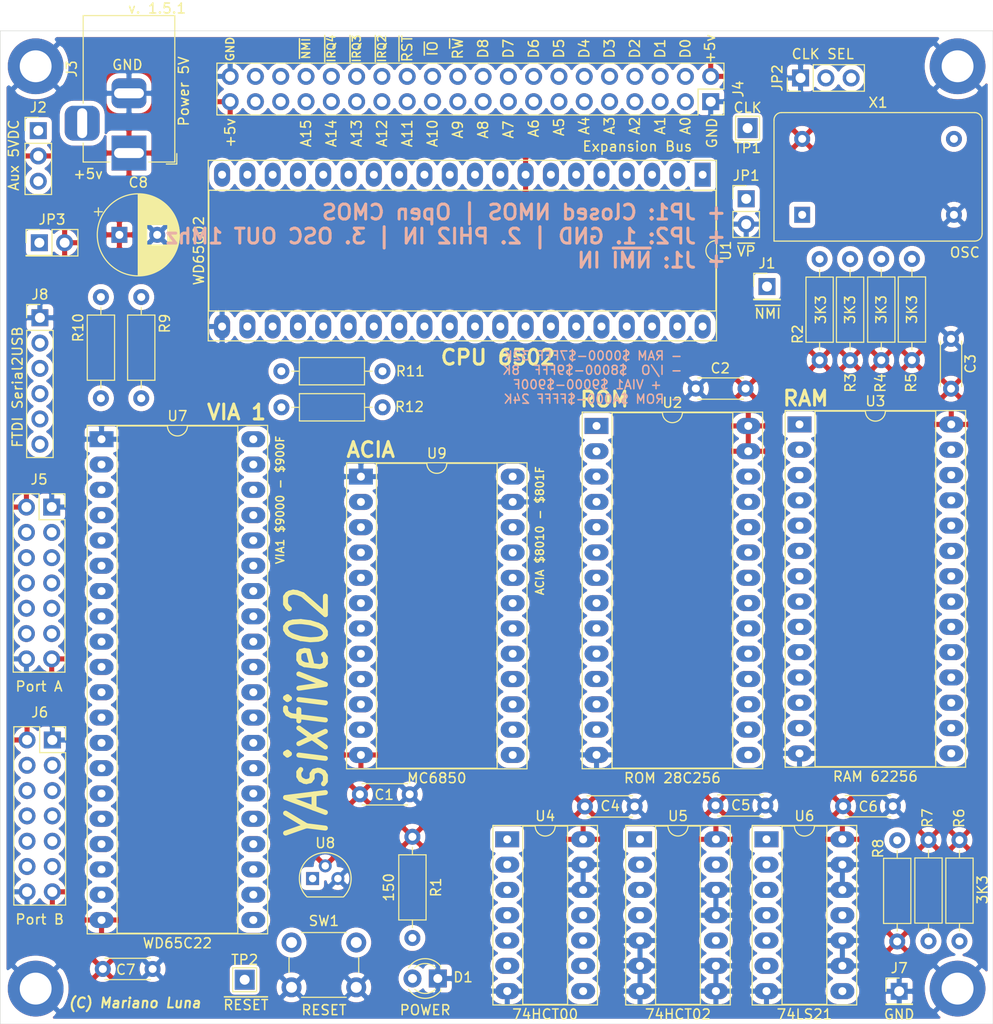
<source format=kicad_pcb>
(kicad_pcb (version 20211014) (generator pcbnew)
  (title_block (title "My6502"))
  (layers (0 "F.Cu" signal) (31 "B.Cu" signal) (34 "B.Paste" user) (35 "F.Paste" user) (36 "B.SilkS" user "B.Silkscreen") (37 "F.SilkS" user "F.Silkscreen") (38 "B.Mask" user) (39 "F.Mask" user) (44 "Edge.Cuts" user))
  (net 0 "")
  (net 1 "+5V")
  (net 2 "GND")
  (net 3 "~{IRQ}")
  (net 4 "CLK")
  (net 5 "a0")
  (net 6 "d0")
  (net 7 "a1")
  (net 8 "d1")
  (net 9 "a2")
  (net 10 "d2")
  (net 11 "a3")
  (net 12 "d3")
  (net 13 "a4")
  (net 14 "d4")
  (net 15 "a5")
  (net 16 "d5")
  (net 17 "a6")
  (net 18 "d6")
  (net 19 "a7")
  (net 20 "d7")
  (net 21 "a8")
  (net 22 "a9")
  (net 23 "R~{W}")
  (net 24 "a10")
  (net 25 "~{IO_CS}")
  (net 26 "a11")
  (net 27 "~{RESET}")
  (net 28 "a12")
  (net 29 "EXP_IRQ")
  (net 30 "a13")
  (net 31 "~{VIA1_IRQ}")
  (net 32 "a14")
  (net 33 "~{VIA2_IRQ}")
  (net 34 "a15")
  (net 35 "~{ACIA_IRQ}")
  (net 36 "Net-(J4-Pad35)")
  (net 37 "Net-(J4-Pad37)")
  (net 38 "Net-(JP1-Pad1)")
  (net 39 "Net-(R3-Pad2)")
  (net 40 "Net-(R4-Pad2)")
  (net 41 "Net-(R5-Pad2)")
  (net 42 "~{ROM_OE}")
  (net 43 "~{ROM_CS}")
  (net 44 "~{RAM_CS}")
  (net 45 "Net-(U4-Pad11)")
  (net 46 "Net-(U5-Pad13)")
  (net 47 "Net-(U5-Pad4)")
  (net 48 "Net-(U5-Pad10)")
  (net 49 "Net-(X1-Pad1)")
  (net 50 "Net-(D1-Pad2)")
  (net 51 "~{NMI}")
  (net 52 "PHI2")
  (net 53 "Net-(J4-Pad38)")
  (net 54 "CA2")
  (net 55 "CA1")
  (net 56 "PA7")
  (net 57 "PA6")
  (net 58 "PA5")
  (net 59 "PA4")
  (net 60 "PA3")
  (net 61 "PA2")
  (net 62 "PA1")
  (net 63 "PA0")
  (net 64 "CB2")
  (net 65 "CB1")
  (net 66 "PB7")
  (net 67 "PB6")
  (net 68 "PB5")
  (net 69 "PB4")
  (net 70 "PB3")
  (net 71 "PB2")
  (net 72 "PB1")
  (net 73 "PB0")
  (net 74 "/OSC_OUT")
  (net 75 "Net-(U1-Pad35)")
  (net 76 "Net-(U1-Pad7)")
  (net 77 "Net-(U1-Pad5)")
  (net 78 "Net-(U1-Pad3)")
  (net 79 "Net-(U6-Pad8)")
  (net 80 "Net-(J4-Pad32)")
  (net 81 "Net-(J8-Pad6)")
  (net 82 "Net-(J8-Pad5)")
  (net 83 "Net-(J8-Pad4)")
  (net 84 "Net-(J8-Pad3)")
  (net 85 "Net-(J8-Pad2)")
  (net 86 "~{RTS}")
  (net 87 "TxD")
  (net 88 "RxD")
  (net 89 "~{CTS}")
  (net 90 "/Aux_0v")
  (footprint "Capacitor_THT:CP_Radial_D8.0mm_P3.80mm" (layer "F.Cu") (at 43.0784 70.64248)
    (fp_text reference "C8" (at 1.9 -5.25) (layer "F.SilkS"))
    (fp_text value "100uF")
    (pad "1" thru_hole rect locked (at 0 0) (size 1.6 1.6) (drill 0.8) (layers *.Cu *.Mask) (net 1 "+5V"))
    (pad "2" thru_hole circle locked (at 3.8 0) (size 1.6 1.6) (drill 0.8) (layers *.Cu *.Mask) (net 2 "GND"))
  )
  (footprint "Capacitor_THT:C_Disc_D4.3mm_W1.9mm_P5.00mm" (layer "F.Cu") (at 89.8271 128.016)
    (fp_text reference "C4" (at 2.53746 -0.03048) (layer "F.SilkS"))
    (fp_text value "0.1uF")
    (pad "1" thru_hole circle locked (at 0 0) (size 1.6 1.6) (drill 0.8) (layers *.Cu *.Mask) (net 1 "+5V"))
    (pad "2" thru_hole circle locked (at 5 0) (size 1.6 1.6) (drill 0.8) (layers *.Cu *.Mask) (net 2 "GND"))
  )
  (footprint "Capacitor_THT:C_Disc_D4.3mm_W1.9mm_P5.00mm" (layer "F.Cu") (at 102.9462 127.91948)
    (fp_text reference "C5" (at 2.53746 -0.01524) (layer "F.SilkS"))
    (fp_text value "0.1uF")
    (pad "1" thru_hole circle locked (at 0 0) (size 1.6 1.6) (drill 0.8) (layers *.Cu *.Mask) (net 1 "+5V"))
    (pad "2" thru_hole circle locked (at 5 0) (size 1.6 1.6) (drill 0.8) (layers *.Cu *.Mask) (net 2 "GND"))
  )
  (footprint "Capacitor_THT:C_Disc_D4.3mm_W1.9mm_P5.00mm" (layer "F.Cu") (at 115.75796 127.99314)
    (fp_text reference "C6" (at 2.52222 0.04064) (layer "F.SilkS"))
    (fp_text value "0.1uF")
    (pad "1" thru_hole circle locked (at 0 0) (size 1.6 1.6) (drill 0.8) (layers *.Cu *.Mask) (net 1 "+5V"))
    (pad "2" thru_hole circle locked (at 5 0) (size 1.6 1.6) (drill 0.8) (layers *.Cu *.Mask) (net 2 "GND"))
  )
  (footprint "LED_THT:LED_D3.0mm" (layer "F.Cu") (at 75.057 145.288 180)
    (fp_text reference "D1" (at -2.54 0.127) (layer "F.SilkS"))
    (fp_text value "POWER" (at 1.27 -3.175) (layer "F.SilkS"))
    (pad "1" thru_hole rect locked (at 0 0 180) (size 1.8 1.8) (drill 0.9) (layers *.Cu *.Mask) (net 2 "GND"))
    (pad "2" thru_hole circle locked (at 2.54 0 180) (size 1.8 1.8) (drill 0.9) (layers *.Cu *.Mask) (net 50 "Net-(D1-Pad2)"))
  )
  (footprint "MountingHole:MountingHole_3.2mm_M3_DIN965_Pad_TopBottom" (layer "F.Cu") (at 127.254 146.304)
    (fp_text reference "H1" hide)
    (fp_text value "MNT" hide)
    (pad "1" connect circle locked (at 0 0) (size 5.6 5.6) (layers "F.Cu" "F.Mask") (net 2 "GND"))
    (pad "1" thru_hole circle locked (at 0 0) (size 3.6 3.6) (drill 3.2) (layers *.Cu *.Mask) (net 2 "GND"))
    (pad "1" connect circle locked (at 0 0) (size 5.6 5.6) (layers "B.Cu" "B.Mask") (net 2 "GND"))
  )
  (footprint "MountingHole:MountingHole_3.2mm_M3_DIN965_Pad_TopBottom" (layer "F.Cu") (at 127.254 53.721)
    (fp_text reference "H2" hide)
    (fp_text value "MNT" hide)
    (pad "1" connect circle locked (at 0 0) (size 5.6 5.6) (layers "F.Cu" "F.Mask") (net 2 "GND"))
    (pad "1" connect circle locked (at 0 0) (size 5.6 5.6) (layers "B.Cu" "B.Mask") (net 2 "GND"))
    (pad "1" thru_hole circle locked (at 0 0) (size 3.6 3.6) (drill 3.2) (layers *.Cu *.Mask) (net 2 "GND"))
  )
  (footprint "MountingHole:MountingHole_3.2mm_M3_DIN965_Pad_TopBottom" (layer "F.Cu") (at 34.671 146.304)
    (fp_text reference "H4" hide)
    (fp_text value "MNT" hide)
    (pad "1" connect circle locked (at 0 0) (size 5.6 5.6) (layers "F.Cu" "F.Mask") (net 2 "GND"))
    (pad "1" connect circle locked (at 0 0) (size 5.6 5.6) (layers "B.Cu" "B.Mask") (net 2 "GND"))
    (pad "1" thru_hole circle locked (at 0 0) (size 3.6 3.6) (drill 3.2) (layers *.Cu *.Mask) (net 2 "GND"))
  )
  (footprint "Connector_PinHeader_2.54mm:PinHeader_1x03_P2.54mm_Vertical" (layer "F.Cu") (at 111.48568 54.89448 90)
    (fp_text reference "JP2" (at 0 -2.33 90) (layer "F.SilkS"))
    (fp_text value "CLK SEL" (at 2.39776 2.23012 180) (layer "F.SilkS"))
    (pad "1" thru_hole rect locked (at 0 0 90) (size 1.7 1.7) (drill 1) (layers *.Cu *.Mask) (net 2 "GND"))
    (pad "2" thru_hole oval locked (at 0 2.54 90) (size 1.7 1.7) (drill 1) (layers *.Cu *.Mask) (net 4 "CLK"))
    (pad "3" thru_hole oval locked (at 0 5.08 90) (size 1.7 1.7) (drill 1) (layers *.Cu *.Mask) (net 74 "/OSC_OUT"))
  )
  (footprint "Connector_PinSocket_2.54mm:PinSocket_2x20_P2.54mm_Vertical" (layer "F.Cu") (at 102.4636 57.277 -90)
    (fp_text reference "J4" (at -1.27 -2.77 90) (layer "F.SilkS"))
    (fp_text value "Expansion Bus" (at 4.4958 7.366) (layer "F.SilkS"))
    (pad "1" thru_hole rect locked (at 0 0 270) (size 1.7 1.7) (drill 1) (layers *.Cu *.Mask) (net 2 "GND"))
    (pad "2" thru_hole oval locked (at -2.54 0 270) (size 1.7 1.7) (drill 1) (layers *.Cu *.Mask) (net 1 "+5V"))
    (pad "3" thru_hole oval locked (at 0 2.54 270) (size 1.7 1.7) (drill 1) (layers *.Cu *.Mask) (net 5 "a0"))
    (pad "4" thru_hole oval locked (at -2.54 2.54 270) (size 1.7 1.7) (drill 1) (layers *.Cu *.Mask) (net 6 "d0"))
    (pad "5" thru_hole oval locked (at 0 5.08 270) (size 1.7 1.7) (drill 1) (layers *.Cu *.Mask) (net 7 "a1"))
    (pad "6" thru_hole oval locked (at -2.54 5.08 270) (size 1.7 1.7) (drill 1) (layers *.Cu *.Mask) (net 8 "d1"))
    (pad "7" thru_hole oval locked (at 0 7.62 270) (size 1.7 1.7) (drill 1) (layers *.Cu *.Mask) (net 9 "a2"))
    (pad "8" thru_hole oval locked (at -2.54 7.62 270) (size 1.7 1.7) (drill 1) (layers *.Cu *.Mask) (net 10 "d2"))
    (pad "9" thru_hole oval locked (at 0 10.16 270) (size 1.7 1.7) (drill 1) (layers *.Cu *.Mask) (net 11 "a3"))
    (pad "10" thru_hole oval locked (at -2.54 10.16 270) (size 1.7 1.7) (drill 1) (layers *.Cu *.Mask) (net 12 "d3"))
    (pad "11" thru_hole oval locked (at 0 12.7 270) (size 1.7 1.7) (drill 1) (layers *.Cu *.Mask) (net 13 "a4"))
    (pad "12" thru_hole oval locked (at -2.54 12.7 270) (size 1.7 1.7) (drill 1) (layers *.Cu *.Mask) (net 14 "d4"))
    (pad "13" thru_hole oval locked (at 0 15.24 270) (size 1.7 1.7) (drill 1) (layers *.Cu *.Mask) (net 15 "a5"))
    (pad "14" thru_hole oval locked (at -2.54 15.24 270) (size 1.7 1.7) (drill 1) (layers *.Cu *.Mask) (net 16 "d5"))
    (pad "15" thru_hole oval locked (at 0 17.78 270) (size 1.7 1.7) (drill 1) (layers *.Cu *.Mask) (net 17 "a6"))
    (pad "16" thru_hole oval locked (at -2.54 17.78 270) (size 1.7 1.7) (drill 1) (layers *.Cu *.Mask) (net 18 "d6"))
    (pad "17" thru_hole oval locked (at 0 20.32 270) (size 1.7 1.7) (drill 1) (layers *.Cu *.Mask) (net 19 "a7"))
    (pad "18" thru_hole oval locked (at -2.54 20.32 270) (size 1.7 1.7) (drill 1) (layers *.Cu *.Mask) (net 20 "d7"))
    (pad "19" thru_hole oval locked (at 0 22.86 270) (size 1.7 1.7) (drill 1) (layers *.Cu *.Mask) (net 21 "a8"))
    (pad "20" thru_hole oval locked (at -2.54 22.86 270) (size 1.7 1.7) (drill 1) (layers *.Cu *.Mask) (net 52 "PHI2"))
    (pad "21" thru_hole oval locked (at 0 25.4 270) (size 1.7 1.7) (drill 1) (layers *.Cu *.Mask) (net 22 "a9"))
    (pad "22" thru_hole oval locked (at -2.54 25.4 270) (size 1.7 1.7) (drill 1) (layers *.Cu *.Mask) (net 23 "R~{W}"))
    (pad "23" thru_hole oval locked (at 0 27.94 270) (size 1.7 1.7) (drill 1) (layers *.Cu *.Mask) (net 24 "a10"))
    (pad "24" thru_hole oval locked (at -2.54 27.94 270) (size 1.7 1.7) (drill 1) (layers *.Cu *.Mask) (net 25 "~{IO_CS}"))
    (pad "25" thru_hole oval locked (at 0 30.48 270) (size 1.7 1.7) (drill 1) (layers *.Cu *.Mask) (net 26 "a11"))
    (pad "26" thru_hole oval locked (at -2.54 30.48 270) (size 1.7 1.7) (drill 1) (layers *.Cu *.Mask) (net 27 "~{RESET}"))
    (pad "27" thru_hole oval locked (at 0 33.02 270) (size 1.7 1.7) (drill 1) (layers *.Cu *.Mask) (net 28 "a12"))
    (pad "28" thru_hole oval locked (at -2.54 33.02 270) (size 1.7 1.7) (drill 1) (layers *.Cu *.Mask) (net 33 "~{VIA2_IRQ}"))
    (pad "29" thru_hole oval locked (at 0 35.56 270) (size 1.7 1.7) (drill 1) (layers *.Cu *.Mask) (net 30 "a13"))
    (pad "30" thru_hole oval locked (at -2.54 35.56 270) (size 1.7 1.7) (drill 1) (layers *.Cu *.Mask) (net 29 "EXP_IRQ"))
    (pad "31" thru_hole oval locked (at 0 38.1 270) (size 1.7 1.7) (drill 1) (layers *.Cu *.Mask) (net 32 "a14"))
    (pad "32" thru_hole oval locked (at -2.54 38.1 270) (size 1.7 1.7) (drill 1) (layers *.Cu *.Mask) (net 80 "Net-(J4-Pad32)"))
    (pad "33" thru_hole oval locked (at 0 40.64 270) (size 1.7 1.7) (drill 1) (layers *.Cu *.Mask) (net 34 "a15"))
    (pad "34" thru_hole oval locked (at -2.54 40.64 270) (size 1.7 1.7) (drill 1) (layers *.Cu *.Mask) (net 51 "~{NMI}"))
    (pad "35" thru_hole oval locked (at 0 43.18 270) (size 1.7 1.7) (drill 1) (layers *.Cu *.Mask) (net 36 "Net-(J4-Pad35)"))
    (pad "36" thru_hole oval locked (at -2.54 43.18 270) (size 1.7 1.7) (drill 1) (layers *.Cu *.Mask) (net 4 "CLK"))
    (pad "37" thru_hole oval locked (at 0 45.72 270) (size 1.7 1.7) (drill 1) (layers *.Cu *.Mask) (net 37 "Net-(J4-Pad37)"))
    (pad "38" thru_hole oval locked (at -2.54 45.72 270) (size 1.7 1.7) (drill 1) (layers *.Cu *.Mask) (net 53 "Net-(J4-Pad38)"))
    (pad "39" thru_hole oval locked (at 0 48.26 270) (size 1.7 1.7) (drill 1) (layers *.Cu *.Mask) (net 1 "+5V"))
    (pad "40" thru_hole oval locked (at -2.54 48.26 270) (size 1.7 1.7) (drill 1) (layers *.Cu *.Mask) (net 2 "GND"))
  )
  (footprint "Connector_PinHeader_2.54mm:PinHeader_1x02_P2.54mm_Vertical" (layer "F.Cu") (at 106.02468 67.02552)
    (fp_text reference "JP1" (at 0 -2.33) (layer "F.SilkS"))
    (fp_text value "~{VP}" (at 0 5.2705) (layer "F.SilkS"))
    (pad "1" thru_hole rect locked (at 0 0) (size 1.7 1.7) (drill 1) (layers *.Cu *.Mask) (net 38 "Net-(JP1-Pad1)"))
    (pad "2" thru_hole oval locked (at 0 2.54) (size 1.7 1.7) (drill 1) (layers *.Cu *.Mask) (net 2 "GND"))
  )
  (footprint "Resistor_THT:R_Axial_DIN0207_L6.3mm_D2.5mm_P10.16mm_Horizontal" (layer "F.Cu") (at 113.3983 83.23326 90)
    (fp_text reference "R2" (at 2.6162 -2.20472 90) (layer "F.SilkS"))
    (fp_text value "3K3" (at 5.08 0.127 90) (layer "F.SilkS"))
    (pad "1" thru_hole circle locked (at 0 0 90) (size 1.6 1.6) (drill 0.8) (layers *.Cu *.Mask) (net 1 "+5V"))
    (pad "2" thru_hole oval locked (at 10.16 0 90) (size 1.6 1.6) (drill 0.8) (layers *.Cu *.Mask) (net 51 "~{NMI}"))
  )
  (footprint "Resistor_THT:R_Axial_DIN0207_L6.3mm_D2.5mm_P10.16mm_Horizontal" (layer "F.Cu") (at 127.4445 131.39166 -90)
    (fp_text reference "R6" (at -2.1971 0.03302 90) (layer "F.SilkS"))
    (fp_text value "3K3" (at 4.9784 -2.30886 90) (layer "F.SilkS"))
    (pad "1" thru_hole circle locked (at 0 0 270) (size 1.6 1.6) (drill 0.8) (layers *.Cu *.Mask) (net 1 "+5V"))
    (pad "2" thru_hole oval locked (at 10.16 0 270) (size 1.6 1.6) (drill 0.8) (layers *.Cu *.Mask) (net 3 "~{IRQ}"))
  )
  (footprint "Resistor_THT:R_Axial_DIN0207_L6.3mm_D2.5mm_P10.16mm_Horizontal" (layer "F.Cu") (at 116.45646 83.23326 90)
    (fp_text reference "R3" (at -2.26568 0.03556 90) (layer "F.SilkS"))
    (fp_text value "3K3" (at 5.08 0 90) (layer "F.SilkS"))
    (pad "1" thru_hole circle locked (at 0 0 90) (size 1.6 1.6) (drill 0.8) (layers *.Cu *.Mask) (net 1 "+5V"))
    (pad "2" thru_hole oval locked (at 10.16 0 90) (size 1.6 1.6) (drill 0.8) (layers *.Cu *.Mask) (net 39 "Net-(R3-Pad2)"))
  )
  (footprint "Resistor_THT:R_Axial_DIN0207_L6.3mm_D2.5mm_P10.16mm_Horizontal" (layer "F.Cu") (at 119.59336 83.2231 90)
    (fp_text reference "R4" (at -2.286 -0.084 90) (layer "F.SilkS"))
    (fp_text value "3K3" (at 5.08 0 90) (layer "F.SilkS"))
    (pad "1" thru_hole circle locked (at 0 0 90) (size 1.6 1.6) (drill 0.8) (layers *.Cu *.Mask) (net 1 "+5V"))
    (pad "2" thru_hole oval locked (at 10.16 0 90) (size 1.6 1.6) (drill 0.8) (layers *.Cu *.Mask) (net 40 "Net-(R4-Pad2)"))
  )
  (footprint "Resistor_THT:R_Axial_DIN0207_L6.3mm_D2.5mm_P10.16mm_Horizontal" (layer "F.Cu") (at 122.6693 83.21548 90)
    (fp_text reference "R5" (at -2.286 -0.084 90) (layer "F.SilkS"))
    (fp_text value "3K3" (at 5.08 0 90) (layer "F.SilkS"))
    (pad "1" thru_hole circle locked (at 0 0 90) (size 1.6 1.6) (drill 0.8) (layers *.Cu *.Mask) (net 1 "+5V"))
    (pad "2" thru_hole oval locked (at 10.16 0 90) (size 1.6 1.6) (drill 0.8) (layers *.Cu *.Mask) (net 41 "Net-(R5-Pad2)"))
  )
  (footprint "Resistor_THT:R_Axial_DIN0207_L6.3mm_D2.5mm_P10.16mm_Horizontal" (layer "F.Cu") (at 72.50684 131.064 -90)
    (fp_text reference "R1" (at 5.08 -2.37 90) (layer "F.SilkS"))
    (fp_text value "150" (at 5.08 2.37 90) (layer "F.SilkS"))
    (pad "1" thru_hole circle locked (at 0 0 270) (size 1.6 1.6) (drill 0.8) (layers *.Cu *.Mask) (net 1 "+5V"))
    (pad "2" thru_hole oval locked (at 10.16 0 270) (size 1.6 1.6) (drill 0.8) (layers *.Cu *.Mask) (net 50 "Net-(D1-Pad2)"))
  )
  (footprint "TestPoint:TestPoint_THTPad_2.0x2.0mm_Drill1.0mm" (layer "F.Cu") (at 55.66156 145.41246)
    (fp_text reference "TP2" (at 0 -1.998) (layer "F.SilkS"))
    (fp_text value "~{RESET}" (at 0.127 2.54) (layer "F.SilkS"))
    (pad "1" thru_hole rect locked (at 0 0) (size 2 2) (drill 1) (layers *.Cu *.Mask) (net 27 "~{RESET}"))
  )
  (footprint "Package_DIP:DIP-14_W7.62mm_Socket_LongPads" (layer "F.Cu") (at 82.0293 131.318)
    (fp_text reference "U4" (at 3.81 -2.33) (layer "F.SilkS"))
    (fp_text value "74HCT00" (at 3.81 17.57) (layer "F.SilkS"))
    (pad "1" thru_hole rect locked (at 0 0) (size 2.4 1.6) (drill 0.8) (layers *.Cu *.Mask) (net 34 "a15"))
    (pad "2" thru_hole oval locked (at 0 2.54) (size 2.4 1.6) (drill 0.8) (layers *.Cu *.Mask) (net 34 "a15"))
    (pad "3" thru_hole oval locked (at 0 5.08) (size 2.4 1.6) (drill 0.8) (layers *.Cu *.Mask) (net 42 "~{ROM_OE}"))
    (pad "4" thru_hole oval locked (at 0 7.62) (size 2.4 1.6) (drill 0.8) (layers *.Cu *.Mask) (net 42 "~{ROM_OE}"))
    (pad "5" thru_hole oval locked (at 0 10.16) (size 2.4 1.6) (drill 0.8) (layers *.Cu *.Mask) (net 52 "PHI2"))
    (pad "6" thru_hole oval locked (at 0 12.7) (size 2.4 1.6) (drill 0.8) (layers *.Cu *.Mask) (net 44 "~{RAM_CS}"))
    (pad "7" thru_hole oval locked (at 0 15.24) (size 2.4 1.6) (drill 0.8) (layers *.Cu *.Mask) (net 2 "GND"))
    (pad "8" thru_hole oval locked (at 7.62 15.24) (size 2.4 1.6) (drill 0.8) (layers *.Cu *.Mask) (net 25 "~{IO_CS}"))
    (pad "9" thru_hole oval locked (at 7.62 12.7) (size 2.4 1.6) (drill 0.8) (layers *.Cu *.Mask) (net 43 "~{ROM_CS}"))
    (pad "10" thru_hole oval locked (at 7.62 10.16) (size 2.4 1.6) (drill 0.8) (layers *.Cu *.Mask) (net 34 "a15"))
    (pad "11" thru_hole oval locked (at 7.62 7.62) (size 2.4 1.6) (drill 0.8) (layers *.Cu *.Mask) (net 45 "Net-(U4-Pad11)"))
    (pad "12" thru_hole oval locked (at 7.62 5.08) (size 2.4 1.6) (drill 0.8) (layers *.Cu *.Mask) (net 2 "GND"))
    (pad "13" thru_hole oval locked (at 7.62 2.54) (size 2.4 1.6) (drill 0.8) (layers *.Cu *.Mask) (net 2 "GND"))
    (pad "14" thru_hole oval locked (at 7.62 0) (size 2.4 1.6) (drill 0.8) (layers *.Cu *.Mask) (net 1 "+5V"))
  )
  (footprint "Package_DIP:DIP-14_W7.62mm_Socket_LongPads" (layer "F.Cu") (at 95.3643 131.318)
    (fp_text reference "U5" (at 3.81 -2.33) (layer "F.SilkS"))
    (fp_text value "74HCT02" (at 3.81 17.57) (layer "F.SilkS"))
    (pad "1" thru_hole rect locked (at 0 0) (size 2.4 1.6) (drill 0.8) (layers *.Cu *.Mask) (net 43 "~{ROM_CS}"))
    (pad "2" thru_hole oval locked (at 0 2.54) (size 2.4 1.6) (drill 0.8) (layers *.Cu *.Mask) (net 32 "a14"))
    (pad "3" thru_hole oval locked (at 0 5.08) (size 2.4 1.6) (drill 0.8) (layers *.Cu *.Mask) (net 30 "a13"))
    (pad "4" thru_hole oval locked (at 0 7.62) (size 2.4 1.6) (drill 0.8) (layers *.Cu *.Mask) (net 47 "Net-(U5-Pad4)"))
    (pad "5" thru_hole oval locked (at 0 10.16) (size 2.4 1.6) (drill 0.8) (layers *.Cu *.Mask) (net 2 "GND"))
    (pad "6" thru_hole oval locked (at 0 12.7) (size 2.4 1.6) (drill 0.8) (layers *.Cu *.Mask) (net 2 "GND"))
    (pad "7" thru_hole oval locked (at 0 15.24) (size 2.4 1.6) (drill 0.8) (layers *.Cu *.Mask) (net 2 "GND"))
    (pad "8" thru_hole oval locked (at 7.62 15.24) (size 2.4 1.6) (drill 0.8) (layers *.Cu *.Mask) (net 2 "GND"))
    (pad "9" thru_hole oval locked (at 7.62 12.7) (size 2.4 1.6) (drill 0.8) (layers *.Cu *.Mask) (net 2 "GND"))
    (pad "10" thru_hole oval locked (at 7.62 10.16) (size 2.4 1.6) (drill 0.8) (layers *.Cu *.Mask) (net 48 "Net-(U5-Pad10)"))
    (pad "11" thru_hole oval locked (at 7.62 7.62) (size 2.4 1.6) (drill 0.8) (layers *.Cu *.Mask) (net 2 "GND"))
    (pad "12" thru_hole oval locked (at 7.62 5.08) (size 2.4 1.6) (drill 0.8) (layers *.Cu *.Mask) (net 2 "GND"))
    (pad "13" thru_hole oval locked (at 7.62 2.54) (size 2.4 1.6) (drill 0.8) (layers *.Cu *.Mask) (net 46 "Net-(U5-Pad13)"))
    (pad "14" thru_hole oval locked (at 7.62 0) (size 2.4 1.6) (drill 0.8) (layers *.Cu *.Mask) (net 1 "+5V"))
  )
  (footprint "Package_TO_SOT_THT:TO-92" (layer "F.Cu") (at 62.484 135.255)
    (fp_text reference "U8" (at 1.27 -3.56) (layer "F.SilkS"))
    (fp_text value "DS1813")
    (pad "1" thru_hole rect locked (at 0 0) (size 1.3 1.3) (drill 0.75) (layers *.Cu *.Mask) (net 27 "~{RESET}"))
    (pad "2" thru_hole circle locked (at 1.27 -1.27) (size 1.3 1.3) (drill 0.75) (layers *.Cu *.Mask) (net 1 "+5V"))
    (pad "3" thru_hole circle locked (at 2.54 0) (size 1.3 1.3) (drill 0.75) (layers *.Cu *.Mask) (net 2 "GND"))
  )
  (footprint "Package_DIP:DIP-14_W7.62mm_Socket_LongPads" (layer "F.Cu") (at 108.0643 131.318)
    (fp_text reference "U6" (at 3.81 -2.33) (layer "F.SilkS"))
    (fp_text value "74LS21" (at 3.81 17.57) (layer "F.SilkS"))
    (pad "1" thru_hole rect locked (at 0 0) (size 2.4 1.6) (drill 0.8) (layers *.Cu *.Mask) (net 31 "~{VIA1_IRQ}"))
    (pad "2" thru_hole oval locked (at 0 2.54) (size 2.4 1.6) (drill 0.8) (layers *.Cu *.Mask) (net 33 "~{VIA2_IRQ}"))
    (pad "3" thru_hole oval locked (at 0 5.08) (size 2.4 1.6) (drill 0.8) (layers *.Cu *.Mask))
    (pad "4" thru_hole oval locked (at 0 7.62) (size 2.4 1.6) (drill 0.8) (layers *.Cu *.Mask) (net 35 "~{ACIA_IRQ}"))
    (pad "5" thru_hole oval locked (at 0 10.16) (size 2.4 1.6) (drill 0.8) (layers *.Cu *.Mask) (net 29 "EXP_IRQ"))
    (pad "6" thru_hole oval locked (at 0 12.7) (size 2.4 1.6) (drill 0.8) (layers *.Cu *.Mask) (net 3 "~{IRQ}"))
    (pad "7" thru_hole oval locked (at 0 15.24) (size 2.4 1.6) (drill 0.8) (layers *.Cu *.Mask) (net 2 "GND"))
    (pad "8" thru_hole oval locked (at 7.62 15.24) (size 2.4 1.6) (drill 0.8) (layers *.Cu *.Mask) (net 79 "Net-(U6-Pad8)"))
    (pad "9" thru_hole oval locked (at 7.62 12.7) (size 2.4 1.6) (drill 0.8) (layers *.Cu *.Mask) (net 2 "GND"))
    (pad "10" thru_hole oval locked (at 7.62 10.16) (size 2.4 1.6) (drill 0.8) (layers *.Cu *.Mask) (net 2 "GND"))
    (pad "11" thru_hole oval locked (at 7.62 7.62) (size 2.4 1.6) (drill 0.8) (layers *.Cu *.Mask))
    (pad "12" thru_hole oval locked (at 7.62 5.08) (size 2.4 1.6) (drill 0.8) (layers *.Cu *.Mask) (net 2 "GND"))
    (pad "13" thru_hole oval locked (at 7.62 2.54) (size 2.4 1.6) (drill 0.8) (layers *.Cu *.Mask) (net 2 "GND"))
    (pad "14" thru_hole oval locked (at 7.62 0) (size 2.4 1.6) (drill 0.8) (layers *.Cu *.Mask) (net 1 "+5V"))
  )
  (footprint "Package_DIP:DIP-40_W15.24mm_Socket_LongPads" (layer "F.Cu") (at 41.2877 91.15806)
    (fp_text reference "U7" (at 7.62 -2.33) (layer "F.SilkS"))
    (fp_text value "WD65C22" (at 7.62 50.59) (layer "F.SilkS"))
    (pad "1" thru_hole rect locked (at 0 0) (size 2.4 1.6) (drill 0.8) (layers *.Cu *.Mask) (net 2 "GND"))
    (pad "2" thru_hole oval locked (at 0 2.54) (size 2.4 1.6) (drill 0.8) (layers *.Cu *.Mask) (net 63 "PA0"))
    (pad "3" thru_hole oval locked (at 0 5.08) (size 2.4 1.6) (drill 0.8) (layers *.Cu *.Mask) (net 62 "PA1"))
    (pad "4" thru_hole oval locked (at 0 7.62) (size 2.4 1.6) (drill 0.8) (layers *.Cu *.Mask) (net 61 "PA2"))
    (pad "5" thru_hole oval locked (at 0 10.16) (size 2.4 1.6) (drill 0.8) (layers *.Cu *.Mask) (net 60 "PA3"))
    (pad "6" thru_hole oval locked (at 0 12.7) (size 2.4 1.6) (drill 0.8) (layers *.Cu *.Mask) (net 59 "PA4"))
    (pad "7" thru_hole oval locked (at 0 15.24) (size 2.4 1.6) (drill 0.8) (layers *.Cu *.Mask) (net 58 "PA5"))
    (pad "8" thru_hole oval locked (at 0 17.78) (size 2.4 1.6) (drill 0.8) (layers *.Cu *.Mask) (net 57 "PA6"))
    (pad "9" thru_hole oval locked (at 0 20.32) (size 2.4 1.6) (drill 0.8) (layers *.Cu *.Mask) (net 56 "PA7"))
    (pad "10" thru_hole oval locked (at 0 22.86) (size 2.4 1.6) (drill 0.8) (layers *.Cu *.Mask) (net 73 "PB0"))
    (pad "11" thru_hole oval locked (at 0 25.4) (size 2.4 1.6) (drill 0.8) (layers *.Cu *.Mask) (net 72 "PB1"))
    (pad "12" thru_hole oval locked (at 0 27.94) (size 2.4 1.6) (drill 0.8) (layers *.Cu *.Mask) (net 71 "PB2"))
    (pad "13" thru_hole oval locked (at 0 30.48) (size 2.4 1.6) (drill 0.8) (layers *.Cu *.Mask) (net 70 "PB3"))
    (pad "14" thru_hole oval locked (at 0 33.02) (size 2.4 1.6) (drill 0.8) (layers *.Cu *.Mask) (net 69 "PB4"))
    (pad "15" thru_hole oval locked (at 0 35.56) (size 2.4 1.6) (drill 0.8) (layers *.Cu *.Mask) (net 68 "PB5"))
    (pad "16" thru_hole oval locked (at 0 38.1) (size 2.4 1.6) (drill 0.8) (layers *.Cu *.Mask) (net 67 "PB6"))
    (pad "17" thru_hole oval locked (at 0 40.64) (size 2.4 1.6) (drill 0.8) (layers *.Cu *.Mask) (net 66 "PB7"))
    (pad "18" thru_hole oval locked (at 0 43.18) (size 2.4 1.6) (drill 0.8) (layers *.Cu *.Mask) (net 65 "CB1"))
    (pad "19" thru_hole oval locked (at 0 45.72) (size 2.4 1.6) (drill 0.8) (layers *.Cu *.Mask) (net 64 "CB2"))
    (pad "20" thru_hole oval locked (at 0 48.26) (size 2.4 1.6) (drill 0.8) (layers *.Cu *.Mask) (net 1 "+5V"))
    (pad "21" thru_hole oval locked (at 15.24 48.26) (size 2.4 1.6) (drill 0.8) (layers *.Cu *.Mask) (net 31 "~{VIA1_IRQ}"))
    (pad "22" thru_hole oval locked (at 15.24 45.72) (size 2.4 1.6) (drill 0.8) (layers *.Cu *.Mask) (net 23 "R~{W}"))
    (pad "23" thru_hole oval locked (at 15.24 43.18) (size 2.4 1.6) (drill 0.8) (layers *.Cu *.Mask) (net 25 "~{IO_CS}"))
    (pad "24" thru_hole oval locked (at 15.24 40.64) (size 2.4 1.6) (drill 0.8) (layers *.Cu *.Mask) (net 28 "a12"))
    (pad "25" thru_hole oval locked (at 15.24 38.1) (size 2.4 1.6) (drill 0.8) (layers *.Cu *.Mask) (net 52 "PHI2"))
    (pad "26" thru_hole oval locked (at 15.24 35.56) (size 2.4 1.6) (drill 0.8) (layers *.Cu *.Mask) (net 20 "d7"))
    (pad "27" thru_hole oval locked (at 15.24 33.02) (size 2.4 1.6) (drill 0.8) (layers *.Cu *.Mask) (net 18 "d6"))
    (pad "28" thru_hole oval locked (at 15.24 30.48) (size 2.4 1.6) (drill 0.8) (layers *.Cu *.Mask) (net 16 "d5"))
    (pad "29" thru_hole oval locked (at 15.24 27.94) (size 2.4 1.6) (drill 0.8) (layers *.Cu *.Mask) (net 14 "d4"))
    (pad "30" thru_hole oval locked (at 15.24 25.4) (size 2.4 1.6) (drill 0.8) (layers *.Cu *.Mask) (net 12 "d3"))
    (pad "31" thru_hole oval locked (at 15.24 22.86) (size 2.4 1.6) (drill 0.8) (layers *.Cu *.Mask) (net 10 "d2"))
    (pad "32" thru_hole oval locked (at 15.24 20.32) (size 2.4 1.6) (drill 0.8) (layers *.Cu *.Mask) (net 8 "d1"))
    (pad "33" thru_hole oval locked (at 15.24 17.78) (size 2.4 1.6) (drill 0.8) (layers *.Cu *.Mask) (net 6 "d0"))
    (pad "34" thru_hole oval locked (at 15.24 15.24) (size 2.4 1.6) (drill 0.8) (layers *.Cu *.Mask) (net 27 "~{RESET}"))
    (pad "35" thru_hole oval locked (at 15.24 12.7) (size 2.4 1.6) (drill 0.8) (layers *.Cu *.Mask) (net 11 "a3"))
    (pad "36" thru_hole oval locked (at 15.24 10.16) (size 2.4 1.6) (drill 0.8) (layers *.Cu *.Mask) (net 9 "a2"))
    (pad "37" thru_hole oval locked (at 15.24 7.62) (size 2.4 1.6) (drill 0.8) (layers *.Cu *.Mask) (net 7 "a1"))
    (pad "38" thru_hole oval locked (at 15.24 5.08) (size 2.4 1.6) (drill 0.8) (layers *.Cu *.Mask) (net 5 "a0"))
    (pad "39" thru_hole oval locked (at 15.24 2.54) (size 2.4 1.6) (drill 0.8) (layers *.Cu *.Mask) (net 54 "CA2"))
    (pad "40" thru_hole oval locked (at 15.24 0) (size 2.4 1.6) (drill 0.8) (layers *.Cu *.Mask) (net 55 "CA1"))
  )
  (footprint "MountingHole:MountingHole_3.2mm_M3_DIN965_Pad_TopBottom" (layer "F.Cu") (at 34.671 53.721)
    (fp_text reference "H3" hide)
    (fp_text value "MNT" hide)
    (pad "1" connect circle locked (at 0 0) (size 5.6 5.6) (layers "F.Cu" "F.Mask") (net 2 "GND"))
    (pad "1" thru_hole circle locked (at 0 0) (size 3.6 3.6) (drill 3.2) (layers *.Cu *.Mask) (net 2 "GND"))
    (pad "1" connect circle locked (at 0 0) (size 5.6 5.6) (layers "B.Cu" "B.Mask") (net 2 "GND"))
  )
  (footprint "Package_DIP:DIP-40_W15.24mm_Socket_LongPads" (layer "F.Cu") (at 101.65334 64.6049 -90)
    (fp_text reference "U1" (at 7.62 -2.33 90) (layer "F.SilkS"))
    (fp_text value "WD65C02" (at 7.62 50.59 90) (layer "F.SilkS"))
    (pad "1" thru_hole rect locked (at 0 0 270) (size 2.4 1.6) (drill 0.8) (layers *.Cu *.Mask) (net 38 "Net-(JP1-Pad1)"))
    (pad "2" thru_hole oval locked (at 0 2.54 270) (size 2.4 1.6) (drill 0.8) (layers *.Cu *.Mask) (net 39 "Net-(R3-Pad2)"))
    (pad "3" thru_hole oval locked (at 0 5.08 270) (size 2.4 1.6) (drill 0.8) (layers *.Cu *.Mask) (net 78 "Net-(U1-Pad3)"))
    (pad "4" thru_hole oval locked (at 0 7.62 270) (size 2.4 1.6) (drill 0.8) (layers *.Cu *.Mask) (net 3 "~{IRQ}"))
    (pad "5" thru_hole oval locked (at 0 10.16 270) (size 2.4 1.6) (drill 0.8) (layers *.Cu *.Mask) (net 77 "Net-(U1-Pad5)"))
    (pad "6" thru_hole oval locked (at 0 12.7 270) (size 2.4 1.6) (drill 0.8) (layers *.Cu *.Mask) (net 51 "~{NMI}"))
    (pad "7" thru_hole oval locked (at 0 15.24 270) (size 2.4 1.6) (drill 0.8) (layers *.Cu *.Mask) (net 76 "Net-(U1-Pad7)"))
    (pad "8" thru_hole oval locked (at 0 17.78 270) (size 2.4 1.6) (drill 0.8) (layers *.Cu *.Mask) (net 1 "+5V"))
    (pad "9" thru_hole oval locked (at 0 20.32 270) (size 2.4 1.6) (drill 0.8) (layers *.Cu *.Mask) (net 5 "a0"))
    (pad "10" thru_hole oval locked (at 0 22.86 270) (size 2.4 1.6) (drill 0.8) (layers *.Cu *.Mask) (net 7 "a1"))
    (pad "11" thru_hole oval locked (at 0 25.4 270) (size 2.4 1.6) (drill 0.8) (layers *.Cu *.Mask) (net 9 "a2"))
    (pad "12" thru_hole oval locked (at 0 27.94 270) (size 2.4 1.6) (drill 0.8) (layers *.Cu *.Mask) (net 11 "a3"))
    (pad "13" thru_hole oval locked (at 0 30.48 270) (size 2.4 1.6) (drill 0.8) (layers *.Cu *.Mask) (net 13 "a4"))
    (pad "14" thru_hole oval locked (at 0 33.02 270) (size 2.4 1.6) (drill 0.8) (layers *.Cu *.Mask) (net 15 "a5"))
    (pad "15" thru_hole oval locked (at 0 35.56 270) (size 2.4 1.6) (drill 0.8) (layers *.Cu *.Mask) (net 17 "a6"))
    (pad "16" thru_hole oval locked (at 0 38.1 270) (size 2.4 1.6) (drill 0.8) (layers *.Cu *.Mask) (net 19 "a7"))
    (pad "17" thru_hole oval locked (at 0 40.64 270) (size 2.4 1.6) (drill 0.8) (layers *.Cu *.Mask) (net 21 "a8"))
    (pad "18" thru_hole oval locked (at 0 43.18 270) (size 2.4 1.6) (drill 0.8) (layers *.Cu *.Mask) (net 22 "a9"))
    (pad "19" thru_hole oval locked (at 0 45.72 270) (size 2.4 1.6) (drill 0.8) (layers *.Cu *.Mask) (net 24 "a10"))
    (pad "20" thru_hole oval locked (at 0 48.26 270) (size 2.4 1.6) (drill 0.8) (layers *.Cu *.Mask) (net 26 "a11"))
    (pad "21" thru_hole oval locked (at 15.24 48.26 270) (size 2.4 1.6) (drill 0.8) (layers *.Cu *.Mask) (net 2 "GND"))
    (pad "22" thru_hole oval locked (at 15.24 45.72 270) (size 2.4 1.6) (drill 0.8) (layers *.Cu *.Mask) (net 28 "a12"))
    (pad "23" thru_hole oval locked (at 15.24 43.18 270) (size 2.4 1.6) (drill 0.8) (layers *.Cu *.Mask) (net 30 "a13"))
    (pad "24" thru_hole oval locked (at 15.24 40.64 270) (size 2.4 1.6) (drill 0.8) (layers *.Cu *.Mask) (net 32 "a14"))
    (pad "25" thru_hole oval locked (at 15.24 38.1 270) (size 2.4 1.6) (drill 0.8) (layers *.Cu *.Mask) (net 34 "a15"))
    (pad "26" thru_hole oval locked (at 15.24 35.56 270) (size 2.4 1.6) (drill 0.8) (layers *.Cu *.Mask) (net 20 "d7"))
    (pad "27" thru_hole oval locked (at 15.24 33.02 270) (size 2.4 1.6) (drill 0.8) (layers *.Cu *.Mask) (net 18 "d6"))
    (pad "28" thru_hole oval locked (at 15.24 30.48 270) (size 2.4 1.6) (drill 0.8) (layers *.Cu *.Mask) (net 16 "d5"))
    (pad "29" thru_hole oval locked (at 15.24 27.94 270) (size 2.4 1.6) (drill 0.8) (layers *.Cu *.Mask) (net 14 "d4"))
    (pad "30" thru_hole oval locked (at 15.24 25.4 270) (size 2.4 1.6) (drill 0.8) (layers *.Cu *.Mask) (net 12 "d3"))
    (pad "31" thru_hole oval locked (at 15.24 22.86 270) (size 2.4 1.6) (drill 0.8) (layers *.Cu *.Mask) (net 10 "d2"))
    (pad "32" thru_hole oval locked (at 15.24 20.32 270) (size 2.4 1.6) (drill 0.8) (layers *.Cu *.Mask) (net 8 "d1"))
    (pad "33" thru_hole oval locked (at 15.24 17.78 270) (size 2.4 1.6) (drill 0.8) (layers *.Cu *.Mask) (net 6 "d0"))
    (pad "34" thru_hole oval locked (at 15.24 15.24 270) (size 2.4 1.6) (drill 0.8) (layers *.Cu *.Mask) (net 23 "R~{W}"))
    (pad "35" thru_hole oval locked (at 15.24 12.7 270) (size 2.4 1.6) (drill 0.8) (layers *.Cu *.Mask) (net 75 "Net-(U1-Pad35)"))
    (pad "36" thru_hole oval locked (at 15.24 10.16 270) (size 2.4 1.6) (drill 0.8) (layers *.Cu *.Mask) (net 41 "Net-(R5-Pad2)"))
    (pad "37" thru_hole oval locked (at 15.24 7.62 270) (size 2.4 1.6) (drill 0.8) (layers *.Cu *.Mask) (net 4 "CLK"))
    (pad "38" thru_hole oval locked (at 15.24 5.08 270) (size 2.4 1.6) (drill 0.8) (layers *.Cu *.Mask) (net 40 "Net-(R4-Pad2)"))
    (pad "39" thru_hole oval locked (at 15.24 2.54 270) (size 2.4 1.6) (drill 0.8) (layers *.Cu *.Mask) (net 52 "PHI2"))
    (pad "40" thru_hole oval locked (at 15.24 0 270) (size 2.4 1.6) (drill 0.8) (layers *.Cu *.Mask) (net 27 "~{RESET}"))
  )
  (footprint "Connector_PinHeader_2.54mm:PinHeader_1x01_P2.54mm_Vertical" (layer "F.Cu") (at 121.38914 146.57578)
    (fp_text reference "J7" (at 0 -2.33) (layer "F.SilkS"))
    (fp_text value "GND" (at 0 2.33) (layer "F.SilkS"))
    (pad "1" thru_hole rect locked (at 0 0) (size 1.7 1.7) (drill 1) (layers *.Cu *.Mask) (net 2 "GND"))
  )
  (footprint "Connector_PinHeader_2.54mm:PinHeader_1x03_P2.54mm_Vertical" (layer "F.Cu") (at 34.93516 60.18276)
    (fp_text reference "J2" (at 0 -2.33) (layer "F.SilkS"))
    (fp_text value "Aux 5VDC" (at -2.4638 2.4638 270) (layer "F.SilkS"))
    (pad "1" thru_hole rect locked (at 0 0) (size 1.7 1.7) (drill 1) (layers *.Cu *.Mask) (net 90 "/Aux_0v"))
    (pad "2" thru_hole oval locked (at 0 2.54) (size 1.7 1.7) (drill 1) (layers *.Cu *.Mask) (net 1 "+5V"))
    (pad "3" thru_hole oval locked (at 0 5.08) (size 1.7 1.7) (drill 1) (layers *.Cu *.Mask) (net 90 "/Aux_0v"))
  )
  (footprint "Capacitor_THT:C_Disc_D4.3mm_W1.9mm_P5.00mm" (layer "F.Cu") (at 67.2338 126.80188)
    (fp_text reference "C1" (at 2.43586 0.04064) (layer "F.SilkS"))
    (fp_text value "0.1uF")
    (pad "1" thru_hole circle locked (at 0 0) (size 1.6 1.6) (drill 0.8) (layers *.Cu *.Mask) (net 1 "+5V"))
    (pad "2" thru_hole circle locked (at 5 0) (size 1.6 1.6) (drill 0.8) (layers *.Cu *.Mask) (net 2 "GND"))
  )
  (footprint "Connector_PinHeader_2.54mm:PinHeader_1x01_P2.54mm_Vertical" (layer "F.Cu") (at 108.11256 75.8317)
    (fp_text reference "J1" (at 0 -2.33) (layer "F.SilkS"))
    (fp_text value "~{NMI}" (at 0.0762 2.7178) (layer "F.SilkS"))
    (pad "1" thru_hole rect locked (at 0 0) (size 1.7 1.7) (drill 1) (layers *.Cu *.Mask) (net 51 "~{NMI}"))
  )
  (footprint "Oscillator:Oscillator_DIP-14" (layer "F.Cu") (at 111.64824 68.6308)
    (fp_text reference "X1" (at 7.62 -11.26) (layer "F.SilkS"))
    (fp_text value "OSC" (at 16.3322 3.7846) (layer "F.SilkS"))
    (pad "1" thru_hole rect locked (at 0 0) (size 1.6 1.6) (drill 0.8) (layers *.Cu *.Mask) (net 49 "Net-(X1-Pad1)"))
    (pad "7" thru_hole circle locked (at 15.24 0) (size 1.6 1.6) (drill 0.8) (layers *.Cu *.Mask) (net 2 "GND"))
    (pad "8" thru_hole circle locked (at 15.24 -7.62) (size 1.6 1.6) (drill 0.8) (layers *.Cu *.Mask) (net 74 "/OSC_OUT"))
    (pad "14" thru_hole circle locked (at 0 -7.62) (size 1.6 1.6) (drill 0.8) (layers *.Cu *.Mask) (net 1 "+5V"))
  )
  (footprint "TestPoint:TestPoint_THTPad_2.0x2.0mm_Drill1.0mm" (layer "F.Cu") (at 106.16692 59.92876 180)
    (fp_text reference "TP1" (at 0 -1.998) (layer "F.SilkS"))
    (fp_text value "CLK" (at 0 2.05) (layer "F.SilkS"))
    (pad "1" thru_hole rect locked (at 0 0 180) (size 2 2) (drill 1) (layers *.Cu *.Mask) (net 4 "CLK"))
  )
  (footprint "Connector_PinSocket_2.54mm:PinSocket_2x07_P2.54mm_Vertical" (layer "F.Cu") (at 36.2839 97.9678)
    (fp_text reference "J5" (at -1.27 -2.77) (layer "F.SilkS"))
    (fp_text value "Port A" (at -1.27 18.01) (layer "F.SilkS"))
    (pad "1" thru_hole rect locked (at 0 0) (size 1.7 1.7) (drill 1) (layers *.Cu *.Mask) (net 2 "GND"))
    (pad "2" thru_hole oval locked (at -2.54 0) (size 1.7 1.7) (drill 1) (layers *.Cu *.Mask) (net 1 "+5V"))
    (pad "3" thru_hole oval locked (at 0 2.54) (size 1.7 1.7) (drill 1) (layers *.Cu *.Mask) (net 63 "PA0"))
    (pad "4" thru_hole oval locked (at -2.54 2.54) (size 1.7 1.7) (drill 1) (layers *.Cu *.Mask) (net 62 "PA1"))
    (pad "5" thru_hole oval locked (at 0 5.08) (size 1.7 1.7) (drill 1) (layers *.Cu *.Mask) (net 61 "PA2"))
    (pad "6" thru_hole oval locked (at -2.54 5.08) (size 1.7 1.7) (drill 1) (layers *.Cu *.Mask) (net 60 "PA3"))
    (pad "7" thru_hole oval locked (at 0 7.62) (size 1.7 1.7) (drill 1) (layers *.Cu *.Mask) (net 59 "PA4"))
    (pad "8" thru_hole oval locked (at -2.54 7.62) (size 1.7 1.7) (drill 1) (layers *.Cu *.Mask) (net 58 "PA5"))
    (pad "9" thru_hole oval locked (at 0 10.16) (size 1.7 1.7) (drill 1) (layers *.Cu *.Mask) (net 57 "PA6"))
    (pad "10" thru_hole oval locked (at -2.54 10.16) (size 1.7 1.7) (drill 1) (layers *.Cu *.Mask) (net 56 "PA7"))
    (pad "11" thru_hole oval locked (at 0 12.7) (size 1.7 1.7) (drill 1) (layers *.Cu *.Mask) (net 55 "CA1"))
    (pad "12" thru_hole oval locked (at -2.54 12.7) (size 1.7 1.7) (drill 1) (layers *.Cu *.Mask) (net 54 "CA2"))
    (pad "13" thru_hole oval locked (at 0 15.24) (size 1.7 1.7) (drill 1) (layers *.Cu *.Mask) (net 1 "+5V"))
    (pad "14" thru_hole oval locked (at -2.54 15.24) (size 1.7 1.7) (drill 1) (layers *.Cu *.Mask) (net 2 "GND"))
  )
  (footprint "Button_Switch_THT:SW_PUSH_6mm_H5mm" (layer "F.Cu") (at 66.8655 146.177 180)
    (fp_text reference "SW1" (at 3.25 6.6675) (layer "F.SilkS"))
    (fp_text value "RESET" (at 3.2385 -2.286) (layer "F.SilkS"))
    (pad "1" thru_hole circle locked (at 6.5 0 270) (size 2 2) (drill 1.1) (layers *.Cu *.Mask) (net 2 "GND"))
    (pad "1" thru_hole circle locked (at 0 0 270) (size 2 2) (drill 1.1) (layers *.Cu *.Mask) (net 2 "GND"))
    (pad "2" thru_hole circle locked (at 0 4.5 270) (size 2 2) (drill 1.1) (layers *.Cu *.Mask) (net 27 "~{RESET}"))
    (pad "2" thru_hole circle locked (at 6.5 4.5 270) (size 2 2) (drill 1.1) (layers *.Cu *.Mask) (net 27 "~{RESET}"))
  )
  (footprint "Connector_PinHeader_2.54mm:PinHeader_1x06_P2.54mm_Vertical" (layer "F.Cu") (at 35.09772 78.96352)
    (fp_text reference "J8" (at 0 -2.33) (layer "F.SilkS"))
    (fp_text value "FTDI Serial2USB" (at -2.2479 6.9596 270) (layer "F.SilkS"))
    (pad "1" thru_hole rect locked (at 0 0) (size 1.7 1.7) (drill 1) (layers *.Cu *.Mask) (net 2 "GND"))
    (pad "2" thru_hole oval locked (at 0 2.54) (size 1.7 1.7) (drill 1) (layers *.Cu *.Mask) (net 85 "Net-(J8-Pad2)"))
    (pad "3" thru_hole oval locked (at 0 5.08) (size 1.7 1.7) (drill 1) (layers *.Cu *.Mask) (net 84 "Net-(J8-Pad3)"))
    (pad "4" thru_hole oval locked (at 0 7.62) (size 1.7 1.7) (drill 1) (layers *.Cu *.Mask) (net 83 "Net-(J8-Pad4)"))
    (pad "5" thru_hole oval locked (at 0 10.16) (size 1.7 1.7) (drill 1) (layers *.Cu *.Mask) (net 82 "Net-(J8-Pad5)"))
    (pad "6" thru_hole oval locked (at 0 12.7) (size 1.7 1.7) (drill 1) (layers *.Cu *.Mask) (net 81 "Net-(J8-Pad6)"))
  )
  (footprint "Connector_PinHeader_2.54mm:PinHeader_2x01_P2.54mm_Vertical" (layer "F.Cu") (at 35.04184 71.43496)
    (fp_text reference "JP3" (at 1.27 -2.33) (layer "F.SilkS"))
    (fp_text value "FTDI 5V")
    (pad "1" thru_hole rect locked (at 0 0) (size 1.7 1.7) (drill 1) (layers *.Cu *.Mask) (net 84 "Net-(J8-Pad3)"))
    (pad "2" thru_hole oval locked (at 2.54 0) (size 1.7 1.7) (drill 1) (layers *.Cu *.Mask) (net 1 "+5V"))
  )
  (footprint "Resistor_THT:R_Axial_DIN0207_L6.3mm_D2.5mm_P10.16mm_Horizontal" (layer "F.Cu") (at 41.2233 76.8869 -90)
    (fp_text reference "R10" (at 3.07738 2.28002 90) (layer "F.SilkS"))
    (fp_text value "2K7")
    (pad "1" thru_hole circle locked (at 0 0 270) (size 1.6 1.6) (drill 0.8) (layers *.Cu *.Mask) (net 87 "TxD"))
    (pad "2" thru_hole oval locked (at 10.16 0 270) (size 1.6 1.6) (drill 0.8) (layers *.Cu *.Mask) (net 82 "Net-(J8-Pad5)"))
  )
  (footprint "Resistor_THT:R_Axial_DIN0207_L6.3mm_D2.5mm_P10.16mm_Horizontal" (layer "F.Cu") (at 69.50456 84.328 180)
    (fp_text reference "R11" (at -2.794 -0.00508) (layer "F.SilkS"))
    (fp_text value "2K7")
    (pad "1" thru_hole circle locked (at 0 0 180) (size 1.6 1.6) (drill 0.8) (layers *.Cu *.Mask) (net 88 "RxD"))
    (pad "2" thru_hole oval locked (at 10.16 0 180) (size 1.6 1.6) (drill 0.8) (layers *.Cu *.Mask) (net 83 "Net-(J8-Pad4)"))
  )
  (footprint "Resistor_THT:R_Axial_DIN0207_L6.3mm_D2.5mm_P10.16mm_Horizontal" (layer "F.Cu") (at 59.34964 87.95512)
    (fp_text reference "R12" (at 12.86256 -0.04572) (layer "F.SilkS"))
    (fp_text value "2K7")
    (pad "1" thru_hole circle locked (at 0 0) (size 1.6 1.6) (drill 0.8) (layers *.Cu *.Mask) (net 81 "Net-(J8-Pad6)"))
    (pad "2" thru_hole oval locked (at 10.16 0) (size 1.6 1.6) (drill 0.8) (layers *.Cu *.Mask) (net 89 "~{CTS}"))
  )
  (footprint "Package_DIP:DIP-24_W15.24mm_Socket_LongPads" (layer "F.Cu") (at 67.3354 94.91218)
    (fp_text reference "U9" (at 7.62 -2.33) (layer "F.SilkS"))
    (fp_text value "MC6850" (at 7.62 30.27) (layer "F.SilkS"))
    (pad "1" thru_hole rect locked (at 0 0) (size 2.4 1.6) (drill 0.8) (layers *.Cu *.Mask) (net 2 "GND"))
    (pad "2" thru_hole oval locked (at 0 2.54) (size 2.4 1.6) (drill 0.8) (layers *.Cu *.Mask) (net 88 "RxD"))
    (pad "3" thru_hole oval locked (at 0 5.08) (size 2.4 1.6) (drill 0.8) (layers *.Cu *.Mask) (net 4 "CLK"))
    (pad "4" thru_hole oval locked (at 0 7.62) (size 2.4 1.6) (drill 0.8) (layers *.Cu *.Mask) (net 4 "CLK"))
    (pad "5" thru_hole oval locked (at 0 10.16) (size 2.4 1.6) (drill 0.8) (layers *.Cu *.Mask) (net 86 "~{RTS}"))
    (pad "6" thru_hole oval locked (at 0 12.7) (size 2.4 1.6) (drill 0.8) (layers *.Cu *.Mask) (net 87 "TxD"))
    (pad "7" thru_hole oval locked (at 0 15.24) (size 2.4 1.6) (drill 0.8) (layers *.Cu *.Mask) (net 35 "~{ACIA_IRQ}"))
    (pad "8" thru_hole oval locked (at 0 17.78) (size 2.4 1.6) (drill 0.8) (layers *.Cu *.Mask) (net 13 "a4"))
    (pad "9" thru_hole oval locked (at 0 20.32) (size 2.4 1.6) (drill 0.8) (layers *.Cu *.Mask) (net 25 "~{IO_CS}"))
    (pad "10" thru_hole oval locked (at 0 22.86) (size 2.4 1.6) (drill 0.8) (layers *.Cu *.Mask) (net 13 "a4"))
    (pad "11" thru_hole oval locked (at 0 25.4) (size 2.4 1.6) (drill 0.8) (layers *.Cu *.Mask) (net 11 "a3"))
    (pad "12" thru_hole oval locked (at 0 27.94) (size 2.4 1.6) (drill 0.8) (layers *.Cu *.Mask) (net 1 "+5V"))
    (pad "13" thru_hole oval locked (at 15.24 27.94) (size 2.4 1.6) (drill 0.8) (layers *.Cu *.Mask) (net 23 "R~{W}"))
    (pad "14" thru_hole oval locked (at 15.24 25.4) (size 2.4 1.6) (drill 0.8) (layers *.Cu *.Mask) (net 52 "PHI2"))
    (pad "15" thru_hole oval locked (at 15.24 22.86) (size 2.4 1.6) (drill 0.8) (layers *.Cu *.Mask) (net 20 "d7"))
    (pad "16" thru_hole oval locked (at 15.24 20.32) (size 2.4 1.6) (drill 0.8) (layers *.Cu *.Mask) (net 18 "d6"))
    (pad "17" thru_hole oval locked (at 15.24 17.78) (size 2.4 1.6) (drill 0.8) (layers *.Cu *.Mask) (net 16 "d5"))
    (pad "18" thru_hole oval locked (at 15.24 15.24) (size 2.4 1.6) (drill 0.8) (layers *.Cu *.Mask) (net 14 "d4"))
    (pad "19" thru_hole oval locked (at 15.24 12.7) (size 2.4 1.6) (drill 0.8) (layers *.Cu *.Mask) (net 12 "d3"))
    (pad "20" thru_hole oval locked (at 15.24 10.16) (size 2.4 1.6) (drill 0.8) (layers *.Cu *.Mask) (net 10 "d2"))
    (pad "21" thru_hole oval locked (at 15.24 7.62) (size 2.4 1.6) (drill 0.8) (layers *.Cu *.Mask) (net 8 "d1"))
    (pad "22" thru_hole oval locked (at 15.24 5.08) (size 2.4 1.6) (drill 0.8) (layers *.Cu *.Mask) (net 6 "d0"))
    (pad "23" thru_hole oval locked (at 15.24 2.54) (size 2.4 1.6) (drill 0.8) (layers *.Cu *.Mask) (net 2 "GND"))
    (pad "24" thru_hole oval locked (at 15.24 0) (size 2.4 1.6) (drill 0.8) (layers *.Cu *.Mask) (net 89 "~{CTS}"))
  )
  (footprint "Resistor_THT:R_Axial_DIN0207_L6.3mm_D2.5mm_P10.16mm_Horizontal" (layer "F.Cu") (at 121.19102 141.57452 90)
    (fp_text reference "R8" (at 9.33196 -1.91516 90) (layer "F.SilkS"))
    (fp_text value "3K3")
    (pad "1" thru_hole circle locked (at 0 0 90) (size 1.6 1.6) (drill 0.8) (layers *.Cu *.Mask) (net 1 "+5V"))
    (pad "2" thru_hole oval locked (at 10.16 0 90) (size 1.6 1.6) (drill 0.8) (layers *.Cu *.Mask) (net 33 "~{VIA2_IRQ}"))
  )
  (footprint "Resistor_THT:R_Axial_DIN0207_L6.3mm_D2.5mm_P10.16mm_Horizontal" (layer "F.Cu") (at 124.333 131.3815 -90)
    (fp_text reference "R7" (at -2.20218 0.10922 90) (layer "F.SilkS"))
    (fp_text value "3K3")
    (pad "1" thru_hole circle locked (at 0 0 270) (size 1.6 1.6) (drill 0.8) (layers *.Cu *.Mask) (net 1 "+5V"))
    (pad "2" thru_hole oval locked (at 10.16 0 270) (size 1.6 1.6) (drill 0.8) (layers *.Cu *.Mask) (net 29 "EXP_IRQ"))
  )
  (footprint "Resistor_THT:R_Axial_DIN0207_L6.3mm_D2.5mm_P10.16mm_Horizontal" (layer "F.Cu") (at 45.2733 76.8869 -90)
    (fp_text reference "R9" (at 2.65066 -2.37202 90) (layer "F.SilkS"))
    (fp_text value "2K7")
    (pad "1" thru_hole circle locked (at 0 0 270) (size 1.6 1.6) (drill 0.8) (layers *.Cu *.Mask) (net 86 "~{RTS}"))
    (pad "2" thru_hole oval locked (at 10.16 0 270) (size 1.6 1.6) (drill 0.8) (layers *.Cu *.Mask) (net 85 "Net-(J8-Pad2)"))
  )
  (footprint "Package_DIP:DIP-28_W15.24mm_Socket_LongPads" (layer "F.Cu") (at 90.9955 89.82456)
    (fp_text reference "U2" (at 7.62 -2.33) (layer "F.SilkS"))
    (fp_text value "ROM 28C256" (at 7.62 35.35) (layer "F.SilkS"))
    (pad "1" thru_hole rect locked (at 0 0) (size 2.4 1.6) (drill 0.8) (layers *.Cu *.Mask) (net 32 "a14"))
    (pad "2" thru_hole oval locked (at 0 2.54) (size 2.4 1.6) (drill 0.8) (layers *.Cu *.Mask) (net 28 "a12"))
    (pad "3" thru_hole oval locked (at 0 5.08) (size 2.4 1.6) (drill 0.8) (layers *.Cu *.Mask) (net 19 "a7"))
    (pad "4" thru_hole oval locked (at 0 7.62) (size 2.4 1.6) (drill 0.8) (layers *.Cu *.Mask) (net 17 "a6"))
    (pad "5" thru_hole oval locked (at 0 10.16) (size 2.4 1.6) (drill 0.8) (layers *.Cu *.Mask) (net 15 "a5"))
    (pad "6" thru_hole oval locked (at 0 12.7) (size 2.4 1.6) (drill 0.8) (layers *.Cu *.Mask) (net 13 "a4"))
    (pad "7" thru_hole oval locked (at 0 15.24) (size 2.4 1.6) (drill 0.8) (layers *.Cu *.Mask) (net 11 "a3"))
    (pad "8" thru_hole oval locked (at 0 17.78) (size 2.4 1.6) (drill 0.8) (layers *.Cu *.Mask) (net 9 "a2"))
    (pad "9" thru_hole oval locked (at 0 20.32) (size 2.4 1.6) (drill 0.8) (layers *.Cu *.Mask) (net 7 "a1"))
    (pad "10" thru_hole oval locked (at 0 22.86) (size 2.4 1.6) (drill 0.8) (layers *.Cu *.Mask) (net 5 "a0"))
    (pad "11" thru_hole oval locked (at 0 25.4) (size 2.4 1.6) (drill 0.8) (layers *.Cu *.Mask) (net 6 "d0"))
    (pad "12" thru_hole oval locked (at 0 27.94) (size 2.4 1.6) (drill 0.8) (layers *.Cu *.Mask) (net 8 "d1"))
    (pad "13" thru_hole oval locked (at 0 30.48) (size 2.4 1.6) (drill 0.8) (layers *.Cu *.Mask) (net 10 "d2"))
    (pad "14" thru_hole oval locked (at 0 33.02) (size 2.4 1.6) (drill 0.8) (layers *.Cu *.Mask) (net 2 "GND"))
    (pad "15" thru_hole oval locked (at 15.24 33.02) (size 2.4 1.6) (drill 0.8) (layers *.Cu *.Mask) (net 12 "d3"))
    (pad "16" thru_hole oval locked (at 15.24 30.48) (size 2.4 1.6) (drill 0.8) (layers *.Cu *.Mask) (net 14 "d4"))
    (pad "17" thru_hole oval locked (at 15.24 27.94) (size 2.4 1.6) (drill 0.8) (layers *.Cu *.Mask) (net 16 "d5"))
    (pad "18" thru_hole oval locked (at 15.24 25.4) (size 2.4 1.6) (drill 0.8) (layers *.Cu *.Mask) (net 18 "d6"))
    (pad "19" thru_hole oval locked (at 15.24 22.86) (size 2.4 1.6) (drill 0.8) (layers *.Cu *.Mask) (net 20 "d7"))
    (pad "20" thru_hole oval locked (at 15.24 20.32) (size 2.4 1.6) (drill 0.8) (layers *.Cu *.Mask) (net 43 "~{ROM_CS}"))
    (pad "21" thru_hole oval locked (at 15.24 17.78) (size 2.4 1.6) (drill 0.8) (layers *.Cu *.Mask) (net 24 "a10"))
    (pad "22" thru_hole oval locked (at 15.24 15.24) (size 2.4 1.6) (drill 0.8) (layers *.Cu *.Mask) (net 42 "~{ROM_OE}"))
    (pad "23" thru_hole oval locked (at 15.24 12.7) (size 2.4 1.6) (drill 0.8) (layers *.Cu *.Mask) (net 26 "a11"))
    (pad "24" thru_hole oval locked (at 15.24 10.16) (size 2.4 1.6) (drill 0.8) (layers *.Cu *.Mask) (net 22 "a9"))
    (pad "25" thru_hole oval locked (at 15.24 7.62) (size 2.4 1.6) (drill 0.8) (layers *.Cu *.Mask) (net 21 "a8"))
    (pad "26" thru_hole oval locked (at 15.24 5.08) (size 2.4 1.6) (drill 0.8) (layers *.Cu *.Mask) (net 30 "a13"))
    (pad "27" thru_hole oval locked (at 15.24 2.54) (size 2.4 1.6) (drill 0.8) (layers *.Cu *.Mask) (net 1 "+5V"))
    (pad "28" thru_hole oval locked (at 15.24 0) (size 2.4 1.6) (drill 0.8) (layers *.Cu *.Mask) (net 1 "+5V"))
  )
  (footprint "Package_DIP:DIP-28_W15.24mm_Socket_LongPads" (layer "F.Cu") (at 111.379 89.67216)
    (fp_text reference "U3" (at 7.62 -2.33) (layer "F.SilkS"))
    (fp_text value "RAM 62256" (at 7.62 35.35) (layer "F.SilkS"))
    (pad "1" thru_hole rect locked (at 0 0) (size 2.4 1.6) (drill 0.8) (layers *.Cu *.Mask) (net 32 "a14"))
    (pad "2" thru_hole oval locked (at 0 2.54) (size 2.4 1.6) (drill 0.8) (layers *.Cu *.Mask) (net 28 "a12"))
    (pad "3" thru_hole oval locked (at 0 5.08) (size 2.4 1.6) (drill 0.8) (layers *.Cu *.Mask) (net 19 "a7"))
    (pad "4" thru_hole oval locked (at 0 7.62) (size 2.4 1.6) (drill 0.8) (layers *.Cu *.Mask) (net 17 "a6"))
    (pad "5" thru_hole oval locked (at 0 10.16) (size 2.4 1.6) (drill 0.8) (layers *.Cu *.Mask) (net 15 "a5"))
    (pad "6" thru_hole oval locked (at 0 12.7) (size 2.4 1.6) (drill 0.8) (layers *.Cu *.Mask) (net 13 "a4"))
    (pad "7" thru_hole oval locked (at 0 15.24) (size 2.4 1.6) (drill 0.8) (layers *.Cu *.Mask) (net 11 "a3"))
    (pad "8" thru_hole oval locked (at 0 17.78) (size 2.4 1.6) (drill 0.8) (layers *.Cu *.Mask) (net 9 "a2"))
    (pad "9" thru_hole oval locked (at 0 20.32) (size 2.4 1.6) (drill 0.8) (layers *.Cu *.Mask) (net 7 "a1"))
    (pad "10" thru_hole oval locked (at 0 22.86) (size 2.4 1.6) (drill 0.8) (layers *.Cu *.Mask) (net 5 "a0"))
    (pad "11" thru_hole oval locked (at 0 25.4) (size 2.4 1.6) (drill 0.8) (layers *.Cu *.Mask) (net 6 "d0"))
    (pad "12" thru_hole oval locked (at 0 27.94) (size 2.4 1.6) (drill 0.8) (layers *.Cu *.Mask) (net 8 "d1"))
    (pad "13" thru_hole oval locked (at 0 30.48) (size 2.4 1.6) (drill 0.8) (layers *.Cu *.Mask) (net 10 "d2"))
    (pad "14" thru_hole oval locked (at 0 33.02) (size 2.4 1.6) (drill 0.8) (layers *.Cu *.Mask) (net 2 "GND"))
    (pad "15" thru_hole oval locked (at 15.24 33.02) (size 2.4 1.6) (drill 0.8) (layers *.Cu *.Mask) (net 12 "d3"))
    (pad "16" thru_hole oval locked (at 15.24 30.48) (size 2.4 1.6) (drill 0.8) (layers *.Cu *.Mask) (net 14 "d4"))
    (pad "17" thru_hole oval locked (at 15.24 27.94) (size 2.4 1.6) (drill 0.8) (layers *.Cu *.Mask) (net 16 "d5"))
    (pad "18" thru_hole oval locked (at 15.24 25.4) (size 2.4 1.6) (drill 0.8) (layers *.Cu *.Mask) (net 18 "d6"))
    (pad "19" thru_hole oval locked (at 15.24 22.86) (size 2.4 1.6) (drill 0.8) (layers *.Cu *.Mask) (net 20 "d7"))
    (pad "20" thru_hole oval locked (at 15.24 20.32) (size 2.4 1.6) (drill 0.8) (layers *.Cu *.Mask) (net 44 "~{RAM_CS}"))
    (pad "21" thru_hole oval locked (at 15.24 17.78) (size 2.4 1.6) (drill 0.8) (layers *.Cu *.Mask) (net 24 "a10"))
    (pad "22" thru_hole oval locked (at 15.24 15.24) (size 2.4 1.6) (drill 0.8) (layers *.Cu *.Mask) (net 44 "~{RAM_CS}"))
    (pad "23" thru_hole oval locked (at 15.24 12.7) (size 2.4 1.6) (drill 0.8) (layers *.Cu *.Mask) (net 26 "a11"))
    (pad "24" thru_hole oval locked (at 15.24 10.16) (size 2.4 1.6) (drill 0.8) (layers *.Cu *.Mask) (net 22 "a9"))
    (pad "25" thru_hole oval locked (at 15.24 7.62) (size 2.4 1.6) (drill 0.8) (layers *.Cu *.Mask) (net 21 "a8"))
    (pad "26" thru_hole oval locked (at 15.24 5.08) (size 2.4 1.6) (drill 0.8) (layers *.Cu *.Mask) (net 30 "a13"))
    (pad "27" thru_hole oval locked (at 15.24 2.54) (size 2.4 1.6) (drill 0.8) (layers *.Cu *.Mask) (net 23 "R~{W}"))
    (pad "28" thru_hole oval locked (at 15.24 0) (size 2.4 1.6) (drill 0.8) (layers *.Cu *.Mask) (net 1 "+5V"))
  )
  (footprint "Capacitor_THT:C_Disc_D4.3mm_W1.9mm_P5.00mm" (layer "F.Cu") (at 105.96372 86.07044 180)
    (fp_text reference "C2" (at 2.54 2.032) (layer "F.SilkS"))
    (fp_text value "0.1uF")
    (pad "1" thru_hole circle locked (at 0 0 180) (size 1.6 1.6) (drill 0.8) (layers *.Cu *.Mask) (net 1 "+5V"))
    (pad "2" thru_hole circle locked (at 5 0 180) (size 1.6 1.6) (drill 0.8) (layers *.Cu *.Mask) (net 2 "GND"))
  )
  (footprint "Capacitor_THT:C_Disc_D4.3mm_W1.9mm_P5.00mm" (layer "F.Cu") (at 126.59868 86.08568 90)
    (fp_text reference "C3" (at 2.49936 1.94564 90) (layer "F.SilkS"))
    (fp_text value "0.1uF")
    (pad "1" thru_hole circle locked (at 0 0 90) (size 1.6 1.6) (drill 0.8) (layers *.Cu *.Mask) (net 1 "+5V"))
    (pad "2" thru_hole circle locked (at 5 0 90) (size 1.6 1.6) (drill 0.8) (layers *.Cu *.Mask) (net 2 "GND"))
  )
  (footprint "Connector_PinSocket_2.54mm:PinSocket_2x07_P2.54mm_Vertical" (layer "F.Cu") (at 36.3474 121.3485)
    (fp_text reference "J6" (at -1.27 -2.77) (layer "F.SilkS"))
    (fp_text value "Port B" (at -1.27 18.01) (layer "F.SilkS"))
    (pad "1" thru_hole rect locked (at 0 0) (size 1.7 1.7) (drill 1) (layers *.Cu *.Mask) (net 2 "GND"))
    (pad "2" thru_hole oval locked (at -2.54 0) (size 1.7 1.7) (drill 1) (layers *.Cu *.Mask) (net 1 "+5V"))
    (pad "3" thru_hole oval locked (at 0 2.54) (size 1.7 1.7) (drill 1) (layers *.Cu *.Mask) (net 73 "PB0"))
    (pad "4" thru_hole oval locked (at -2.54 2.54) (size 1.7 1.7) (drill 1) (layers *.Cu *.Mask) (net 72 "PB1"))
    (pad "5" thru_hole oval locked (at 0 5.08) (size 1.7 1.7) (drill 1) (layers *.Cu *.Mask) (net 71 "PB2"))
    (pad "6" thru_hole oval locked (at -2.54 5.08) (size 1.7 1.7) (drill 1) (layers *.Cu *.Mask) (net 70 "PB3"))
    (pad "7" thru_hole oval locked (at 0 7.62) (size 1.7 1.7) (drill 1) (layers *.Cu *.Mask) (net 69 "PB4"))
    (pad "8" thru_hole oval locked (at -2.54 7.62) (size 1.7 1.7) (drill 1) (layers *.Cu *.Mask) (net 68 "PB5"))
    (pad "9" thru_hole oval locked (at 0 10.16) (size 1.7 1.7) (drill 1) (layers *.Cu *.Mask) (net 67 "PB6"))
    (pad "10" thru_hole oval locked (at -2.54 10.16) (size 1.7 1.7) (drill 1) (layers *.Cu *.Mask) (net 66 "PB7"))
    (pad "11" thru_hole oval locked (at 0 12.7) (size 1.7 1.7) (drill 1) (layers *.Cu *.Mask) (net 65 "CB1"))
    (pad "12" thru_hole oval locked (at -2.54 12.7) (size 1.7 1.7) (drill 1) (layers *.Cu *.Mask) (net 64 "CB2"))
    (pad "13" thru_hole oval locked (at 0 15.24) (size 1.7 1.7) (drill 1) (layers *.Cu *.Mask) (net 1 "+5V"))
    (pad "14" thru_hole oval locked (at -2.54 15.24) (size 1.7 1.7) (drill 1) (layers *.Cu *.Mask) (net 2 "GND"))
  )
  (footprint "Connector_BarrelJack:BarrelJack_Horizontal" (layer "F.Cu") (at 44.0436 62.4332 -90)
    (fp_text reference "J3" (at -8.45 5.75 90) (layer "F.SilkS"))
    (fp_text value "Power 5V" (at -6.2 -5.5 90) (layer "F.SilkS"))
    (pad "1" thru_hole rect locked (at 0 0 270) (size 3.5 3.5) (drill oval 1 3) (layers *.Cu *.Mask) (net 1 "+5V"))
    (pad "2" thru_hole roundrect locked (at -6 0 270) (size 3 3.5) (drill oval 1 3) (layers *.Cu *.Mask) (net 2 "GND"))
    (pad "3" thru_hole roundrect locked (at -3 4.7 270) (size 3.5 3.5) (drill oval 3 1) (layers *.Cu *.Mask) (net 90 "/Aux_0v"))
  )
  (footprint "Capacitor_THT:C_Disc_D4.3mm_W1.9mm_P5.00mm" (layer "F.Cu") (at 41.4147 144.33296)
    (fp_text reference "C7" (at 2.30124 0.07112) (layer "F.SilkS"))
    (fp_text value "0.1uF")
    (pad "1" thru_hole circle locked (at 0 0) (size 1.6 1.6) (drill 0.8) (layers *.Cu *.Mask) (net 1 "+5V"))
    (pad "2" thru_hole circle locked (at 5 0) (size 1.6 1.6) (drill 0.8) (layers *.Cu *.Mask) (net 2 "GND"))
  )
  (gr_line (start 130.81 50.165) (end 130.81 149.86) (layer "Edge.Cuts") (width 0.05))
  (gr_line (start 130.81 149.86) (end 31.115 149.86) (layer "Edge.Cuts") (width 0.05))
  (gr_line (start 31.115 149.86) (end 31.115 50.165) (layer "Edge.Cuts") (width 0.05))
  (gr_line (start 31.115 50.165) (end 130.81 50.165) (layer "Edge.Cuts") (width 0.05))
  (gr_text "- RAM $0000-$7FFF 32K \n- I/O  $8000-$9FFF  8K\n   + VIA1 $9000-$900F \n- ROM $A000-$FFFF 24K" (at 99.68484 84.95538) (layer "B.SilkS") (effects (font (size 0.9 0.9)) (justify left mirror)))
  (gr_text "+ JP1: Closed NMOS | Open CMOS\n+ JP2: 1. GND | 2. PHI2 IN | 3. OSC OUT 1Mhz\n+ J1: ~{NMI} IN" (at 104.1527 70.7898) (layer "B.SilkS") (effects (font (size 1.5 1.5) (thickness 0.3)) (justify left mirror)))
  (gr_text "CPU 6502" (at 81.09458 82.9437) (layer "F.SilkS") (effects (font (size 1.5 1.5) (thickness 0.3))))
  (gr_text "A14" (at 64.3636 60.452 90) (layer "F.SilkS") (effects (font (size 1 1))))
  (gr_text "A13" (at 66.9036 60.452 90) (layer "F.SilkS") (effects (font (size 1 1))))
  (gr_text "A12" (at 69.4436 60.452 90) (layer "F.SilkS") (effects (font (size 1 1))))
  (gr_text "A11" (at 71.9836 60.452 90) (layer "F.SilkS") (effects (font (size 1 1))))
  (gr_text "A10" (at 74.5236 60.452 90) (layer "F.SilkS") (effects (font (size 1 1))))
  (gr_text "A9" (at 77.0636 60.071 90) (layer "F.SilkS") (effects (font (size 1 1))))
  (gr_text "A8" (at 79.6036 60.071 90) (layer "F.SilkS") (effects (font (size 1 1))))
  (gr_text "A7" (at 82.1436 60.071 90) (layer "F.SilkS") (effects (font (size 1 1))))
  (gr_text "A6" (at 84.6836 59.944 90) (layer "F.SilkS") (effects (font (size 1 1))))
  (gr_text "A5" (at 87.2236 59.817 90) (layer "F.SilkS") (effects (font (size 1 1))))
  (gr_text "A4" (at 89.7636 59.69 90) (layer "F.SilkS") (effects (font (size 1 1))))
  (gr_text "A3" (at 92.3036 59.69 90) (layer "F.SilkS") (effects (font (size 1 1))))
  (gr_text "A2" (at 94.8436 59.69 90) (layer "F.SilkS") (effects (font (size 1 1))))
  (gr_text "A1" (at 97.3836 59.69 90) (layer "F.SilkS") (effects (font (size 1 1))))
  (gr_text "A0" (at 99.9236 59.69 90) (layer "F.SilkS") (effects (font (size 1 1))))
  (gr_text "GND" (at 102.5906 58.801 90) (layer "F.SilkS") (effects (font (size 1 1)) (justify right)))
  (gr_text "D0" (at 99.9236 51.943 90) (layer "F.SilkS") (effects (font (size 1 1))))
  (gr_text "+5v" (at 102.3874 53.5432 90) (layer "F.SilkS") (effects (font (size 1 1)) (justify left)))
  (gr_text "D5" (at 87.2236 51.943 90) (layer "F.SilkS") (effects (font (size 1 1))))
  (gr_text "D2" (at 94.8436 51.943 90) (layer "F.SilkS") (effects (font (size 1 1))))
  (gr_text "R~{W}" (at 77.0636 51.943 90) (layer "F.SilkS") (effects (font (size 1 1))))
  (gr_text "D1" (at 97.3836 51.943 90) (layer "F.SilkS") (effects (font (size 1 1))))
  (gr_text "D4" (at 89.7636 51.943 90) (layer "F.SilkS") (effects (font (size 1 1))))
  (gr_text "D6" (at 84.6836 51.943 90) (layer "F.SilkS") (effects (font (size 1 1))))
  (gr_text "D7" (at 82.1436 51.943 90) (layer "F.SilkS") (effects (font (size 1 1))))
  (gr_text "D3" (at 92.3036 51.943 90) (layer "F.SilkS") (effects (font (size 1 1))))
  (gr_text "D8" (at 79.6036 51.943 90) (layer "F.SilkS") (effects (font (size 1 1))))
  (gr_text "~{IO}" (at 74.5236 51.943 90) (layer "F.SilkS") (effects (font (size 1 1))))
  (gr_text "~{RST}" (at 71.9836 51.943 90) (layer "F.SilkS") (effects (font (size 1 1))))
  (gr_text "~{IRQ2}" (at 69.4436 51.943 90) (layer "F.SilkS") (effects (font (size 0.8 0.8))))
  (gr_text "GND" (at 54.2036 50.673 90) (layer "F.SilkS") (effects (font (size 0.8 0.8)) (justify right)))
  (gr_text "+5v" (at 54.2036 61.976 90) (layer "F.SilkS") (effects (font (size 1 1)) (justify left)))
  (gr_text "~{NMI}" (at 61.8236 51.943 90) (layer "F.SilkS") (effects (font (size 0.8 0.8))))
  (gr_text "~{IRQ3}" (at 66.9036 51.943 90) (layer "F.SilkS") (effects (font (size 0.8 0.8))))
  (gr_text "~{IRQ4}" (at 64.3636 51.943 90) (layer "F.SilkS") (effects (font (size 0.8 0.8))))
  (gr_text "ROM" (at 91.78544 87.15248) (layer "F.SilkS") (effects (font (size 1.5 1.5) (thickness 0.3))))
  (gr_text "RAM" (at 111.99876 87.05596) (layer "F.SilkS") (effects (font (size 1.5 1.5) (thickness 0.3))))
  (gr_text "ACIA" (at 68.32092 92.21724) (layer "F.SilkS") (effects (font (size 1.5 1.5) (thickness 0.3))))
  (gr_text "VIA 1" (at 54.84368 88.44534) (layer "F.SilkS") (effects (font (size 1.5 1.5) (thickness 0.3))))
  (gr_text "ACIA $8010 - $801F" (at 85.30336 106.89844 90) (layer "F.SilkS") (effects (font (size 0.8 0.8)) (justify left)))
  (gr_text "+5v" (at 39.93896 64.52616) (layer "F.SilkS") (effects (font (size 1 1))))
  (gr_text "VIA1 $9000 - $900F" (at 59.2201 103.78186 90) (layer "F.SilkS") (effects (font (size 0.8 0.8)) (justify left)))
  (gr_text "GND" (at 43.88612 53.58384) (layer "F.SilkS") (effects (font (size 1 1))))
  (gr_text "(C) Mariano Luna" (at 44.64304 147.74164) (layer "F.SilkS") (effects (font (size 1 1) (thickness 0.2) italic)))
  (gr_text "A15" (at 61.8236 60.452 90) (layer "F.SilkS") (effects (font (size 1 1))))
  (gr_text "v. 1.5.1" (at 46.863 47.9171) (layer "F.SilkS") (effects (font (size 1 1))))
  (gr_text "YAsixfive02" (at 61.94298 118.8847 90) (layer "F.SilkS") (effects (font (size 4 3) (thickness 0.5) italic)))
  (zone (net 1) (net_name "+5V") (layer "F.Cu") (connect_pads (clearance 0.508)) (min_thickness 0.254) (fill yes (thermal_gap 0.508) (thermal_bridge_width 0.508) (smoothing chamfer) (radius 5))
    (polygon (pts (xy 130.81 149.86) (xy 31.75 149.86) (xy 31.75 50.8) (xy 130.81 50.8)))
  )
  (zone (net 2) (net_name "GND") (layer "B.Cu") (connect_pads (clearance 0.508)) (min_thickness 0.254) (fill yes (thermal_gap 0.508) (thermal_bridge_width 0.508) (smoothing chamfer) (radius 5))
    (polygon (pts (xy 130.81 149.86) (xy 31.75 149.86) (xy 31.75 50.8) (xy 130.81 50.8)))
  )
)
</source>
